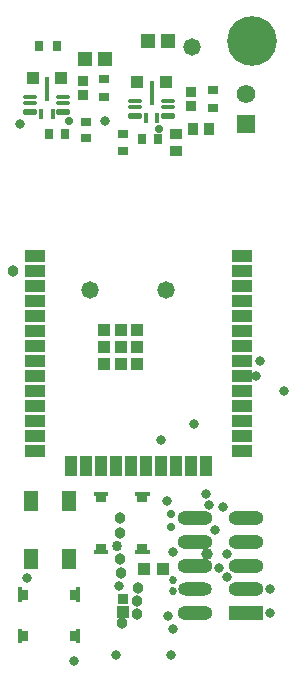
<source format=gbr>
G04*
G04 #@! TF.GenerationSoftware,Altium Limited,Altium Designer,24.9.1 (31)*
G04*
G04 Layer_Color=8388736*
%FSLAX25Y25*%
%MOIN*%
G70*
G04*
G04 #@! TF.SameCoordinates,F3BC3392-02DA-4331-AFF2-193CA699B933*
G04*
G04*
G04 #@! TF.FilePolarity,Negative*
G04*
G01*
G75*
%ADD22R,0.03150X0.03543*%
%ADD23R,0.03543X0.03150*%
%ADD26R,0.02593X0.03197*%
%ADD27R,0.03197X0.02593*%
%ADD33R,0.03937X0.03937*%
G04:AMPARAMS|DCode=34|XSize=47.24mil|YSize=13.78mil|CornerRadius=4.13mil|HoleSize=0mil|Usage=FLASHONLY|Rotation=180.000|XOffset=0mil|YOffset=0mil|HoleType=Round|Shape=RoundedRectangle|*
%AMROUNDEDRECTD34*
21,1,0.04724,0.00551,0,0,180.0*
21,1,0.03898,0.01378,0,0,180.0*
1,1,0.00827,-0.01949,0.00276*
1,1,0.00827,0.01949,0.00276*
1,1,0.00827,0.01949,-0.00276*
1,1,0.00827,-0.01949,-0.00276*
%
%ADD34ROUNDEDRECTD34*%
G04:AMPARAMS|DCode=35|XSize=48.23mil|YSize=18.5mil|CornerRadius=4.16mil|HoleSize=0mil|Usage=FLASHONLY|Rotation=180.000|XOffset=0mil|YOffset=0mil|HoleType=Round|Shape=RoundedRectangle|*
%AMROUNDEDRECTD35*
21,1,0.04823,0.01018,0,0,180.0*
21,1,0.03990,0.01850,0,0,180.0*
1,1,0.00833,-0.01995,0.00509*
1,1,0.00833,0.01995,0.00509*
1,1,0.00833,0.01995,-0.00509*
1,1,0.00833,-0.01995,-0.00509*
%
%ADD35ROUNDEDRECTD35*%
%ADD36R,0.01181X0.07874*%
G04:AMPARAMS|DCode=37|XSize=13.78mil|YSize=35.43mil|CornerRadius=4.13mil|HoleSize=0mil|Usage=FLASHONLY|Rotation=180.000|XOffset=0mil|YOffset=0mil|HoleType=Round|Shape=RoundedRectangle|*
%AMROUNDEDRECTD37*
21,1,0.01378,0.02717,0,0,180.0*
21,1,0.00551,0.03543,0,0,180.0*
1,1,0.00827,-0.00276,0.01358*
1,1,0.00827,0.00276,0.01358*
1,1,0.00827,0.00276,-0.01358*
1,1,0.00827,-0.00276,-0.01358*
%
%ADD37ROUNDEDRECTD37*%
%ADD38R,0.11627X0.04737*%
%ADD39O,0.11627X0.04737*%
%ADD40O,0.11227X0.04337*%
%ADD41R,0.03910X0.04461*%
%ADD42R,0.01587X0.01587*%
%ADD43R,0.03556X0.03556*%
%ADD44R,0.04343X0.04343*%
%ADD45R,0.06706X0.04343*%
%ADD46R,0.04343X0.06706*%
%ADD47R,0.05131X0.04737*%
%ADD48R,0.03747X0.03747*%
%ADD49R,0.03556X0.04343*%
%ADD50R,0.04343X0.03556*%
%ADD51R,0.04147X0.04147*%
%ADD52R,0.04737X0.06706*%
%ADD53R,0.03556X0.03556*%
%ADD54R,0.01587X0.01587*%
%ADD55R,0.06181X0.06181*%
%ADD56C,0.06181*%
%ADD57C,0.03300*%
%ADD58C,0.02900*%
%ADD59C,0.02700*%
%ADD60C,0.03200*%
%ADD61C,0.03800*%
%ADD62C,0.03900*%
%ADD63C,0.03400*%
%ADD64C,0.05800*%
%ADD65C,0.16548*%
D22*
X113047Y305000D02*
D03*
X118953D02*
D03*
D23*
X134500Y288047D02*
D03*
Y293953D02*
D03*
X170929Y284319D02*
D03*
Y290224D02*
D03*
X140929Y269819D02*
D03*
Y275724D02*
D03*
D26*
X121500Y275500D02*
D03*
X116172D02*
D03*
X152593Y273772D02*
D03*
X147265D02*
D03*
D27*
X128500Y274336D02*
D03*
Y279664D02*
D03*
D33*
X110776Y294417D02*
D03*
X120224D02*
D03*
X155154Y293094D02*
D03*
X145705D02*
D03*
D34*
X109988Y287941D02*
D03*
Y285972D02*
D03*
X121012Y287941D02*
D03*
Y285972D02*
D03*
X155941Y284650D02*
D03*
Y286618D02*
D03*
X144917Y284650D02*
D03*
Y286618D02*
D03*
D35*
X110037Y282784D02*
D03*
X120963D02*
D03*
X155892Y281461D02*
D03*
X144966D02*
D03*
D36*
X115500Y290500D02*
D03*
X150429Y289177D02*
D03*
D37*
X113531Y282390D02*
D03*
X117469D02*
D03*
X152398Y281067D02*
D03*
X148461D02*
D03*
D38*
X181772Y116000D02*
D03*
D39*
Y123874D02*
D03*
Y131748D02*
D03*
Y139622D02*
D03*
Y147496D02*
D03*
X165000Y116000D02*
D03*
Y131748D02*
D03*
Y139622D02*
D03*
Y147496D02*
D03*
D40*
Y123874D02*
D03*
D41*
X154228Y130500D02*
D03*
X147772D02*
D03*
D42*
X149161Y155744D02*
D03*
X145618D02*
D03*
X149161Y136256D02*
D03*
X145618D02*
D03*
X135382Y155744D02*
D03*
X131839D02*
D03*
X135382Y136256D02*
D03*
X131839D02*
D03*
D43*
X147390Y154760D02*
D03*
Y137240D02*
D03*
X133610Y154760D02*
D03*
Y137240D02*
D03*
D44*
X145657Y199094D02*
D03*
X140146D02*
D03*
X134634D02*
D03*
X145657Y204606D02*
D03*
X140146D02*
D03*
X134634D02*
D03*
X145657Y210118D02*
D03*
X140146D02*
D03*
X134634D02*
D03*
D45*
X180500Y235000D02*
D03*
Y230000D02*
D03*
Y225000D02*
D03*
Y220000D02*
D03*
Y215000D02*
D03*
Y210000D02*
D03*
Y205000D02*
D03*
Y200000D02*
D03*
Y195000D02*
D03*
Y190000D02*
D03*
Y185000D02*
D03*
Y180000D02*
D03*
Y175000D02*
D03*
Y170000D02*
D03*
X111602D02*
D03*
Y175000D02*
D03*
Y180000D02*
D03*
Y185000D02*
D03*
Y190000D02*
D03*
Y195000D02*
D03*
Y200000D02*
D03*
Y205000D02*
D03*
Y210000D02*
D03*
Y215000D02*
D03*
Y220000D02*
D03*
Y225000D02*
D03*
Y230000D02*
D03*
Y235000D02*
D03*
D46*
X168551Y165079D02*
D03*
X163551D02*
D03*
X158551D02*
D03*
X153551D02*
D03*
X148551D02*
D03*
X143551D02*
D03*
X138551D02*
D03*
X133551D02*
D03*
X128551D02*
D03*
X123551D02*
D03*
D47*
X134846Y300500D02*
D03*
X128154D02*
D03*
X149153Y306500D02*
D03*
X155847D02*
D03*
D48*
X127500Y293264D02*
D03*
Y288736D02*
D03*
X163429Y289535D02*
D03*
Y285008D02*
D03*
X141000Y120764D02*
D03*
D49*
X164173Y277272D02*
D03*
X169685D02*
D03*
D50*
X158429Y275528D02*
D03*
Y270016D02*
D03*
D51*
X141000Y116236D02*
D03*
D52*
X122799Y153146D02*
D03*
X110201D02*
D03*
Y133854D02*
D03*
X122799D02*
D03*
D53*
X107496Y122051D02*
D03*
X125016D02*
D03*
X107496Y108272D02*
D03*
X125016D02*
D03*
D54*
X106512Y123823D02*
D03*
Y120280D02*
D03*
X126000Y123823D02*
D03*
Y120280D02*
D03*
X106512Y110043D02*
D03*
Y106500D02*
D03*
X126000Y110043D02*
D03*
Y106500D02*
D03*
D55*
X182000Y279000D02*
D03*
D56*
Y289000D02*
D03*
D57*
X106555Y279048D02*
D03*
X168490Y155683D02*
D03*
X169500Y152000D02*
D03*
X175500Y128000D02*
D03*
X155878Y114953D02*
D03*
X194569Y190000D02*
D03*
X185250Y195000D02*
D03*
X155555Y153202D02*
D03*
X174207Y151122D02*
D03*
X171500Y143500D02*
D03*
X175500Y135500D02*
D03*
X172993Y131007D02*
D03*
X164595Y178963D02*
D03*
X189993Y123937D02*
D03*
X157500Y110750D02*
D03*
X108900Y127500D02*
D03*
X135000Y280000D02*
D03*
X138500Y102000D02*
D03*
X157000D02*
D03*
X186500Y200000D02*
D03*
X124500Y100000D02*
D03*
X153500Y173500D02*
D03*
X157500Y136250D02*
D03*
X189993Y116000D02*
D03*
D58*
X123000Y280000D02*
D03*
X157000Y144500D02*
D03*
Y149000D02*
D03*
X152894Y277292D02*
D03*
D59*
X157500Y127000D02*
D03*
Y123181D02*
D03*
D60*
X139500Y125000D02*
D03*
D61*
X140319Y129138D02*
D03*
X145946Y124195D02*
D03*
X145500Y115500D02*
D03*
Y120000D02*
D03*
X140500Y112500D02*
D03*
X140000Y134000D02*
D03*
X139864Y142500D02*
D03*
Y147500D02*
D03*
X104158Y229913D02*
D03*
D62*
X169000Y135500D02*
D03*
D63*
X139000Y138226D02*
D03*
D64*
X164000Y304500D02*
D03*
X155091Y223500D02*
D03*
X130000D02*
D03*
D65*
X184000Y306500D02*
D03*
M02*

</source>
